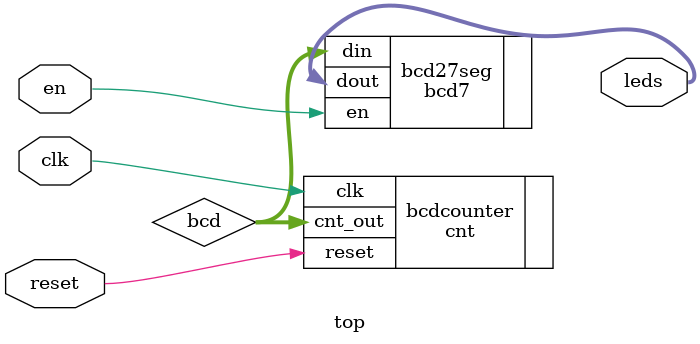
<source format=v>
`timescale 1ns / 1ps
module top (
    input clk,
    input reset,
    input en,
    output wire [6:0] leds
);

wire [3:0] bcd;
cnt bcdcounter (.clk(clk), .reset(reset), .cnt_out(bcd));
bcd7 bcd27seg (.din(bcd),.en(en), .dout(leds));

endmodule


</source>
